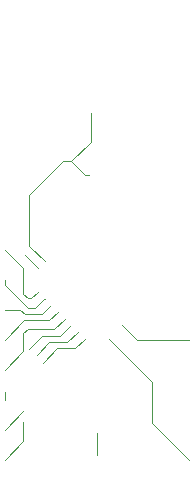
<source format=gts>
G04*
G04 #@! TF.GenerationSoftware,Altium Limited,Altium Designer,19.1.8 (144)*
G04*
G04 Layer_Color=8388736*
%FSLAX44Y44*%
%MOMM*%
G71*
G01*
G75*
D15*
X85655Y53087D02*
X85668Y53100D01*
X85642Y34588D02*
X85655Y34601D01*
D26*
X128822Y309013D02*
D03*
Y348532D02*
D03*
D27*
X58973Y324543D02*
D03*
Y342042D02*
D03*
X80420Y324543D02*
D03*
Y342042D02*
D03*
D28*
X72642Y34588D02*
D03*
X79143D02*
D03*
X85642D02*
D03*
X92142D02*
D03*
X98643D02*
D03*
D29*
X114643Y7588D02*
D03*
X56642D02*
D03*
D30*
X95642D02*
D03*
X75642D02*
D03*
D31*
X47543Y80055D02*
D03*
Y56554D02*
D03*
X68116Y80055D02*
D03*
Y56554D02*
D03*
X101898Y80055D02*
D03*
Y56554D02*
D03*
X120441D02*
D03*
Y80055D02*
D03*
D32*
X49383Y301351D02*
D03*
X79081Y271652D02*
D03*
X63525Y256096D02*
D03*
X33826Y285795D02*
D03*
D33*
X75389Y233030D02*
D03*
X69732Y227372D02*
D03*
X64076Y221716D02*
D03*
X58419Y216059D02*
D03*
X52762Y210402D02*
D03*
X47105Y204745D02*
D03*
X41448Y199089D02*
D03*
X35791Y193431D02*
D03*
X95896Y133327D02*
D03*
X101553Y138984D02*
D03*
X107209Y144641D02*
D03*
X112866Y150298D02*
D03*
X118523Y155955D02*
D03*
X124180Y161612D02*
D03*
X129837Y167268D02*
D03*
X135494Y172925D02*
D03*
D34*
X35791D02*
D03*
X41448Y167268D02*
D03*
X47105Y161612D02*
D03*
X52762Y155955D02*
D03*
X58419Y150298D02*
D03*
X64076Y144641D02*
D03*
X69732Y138984D02*
D03*
X75389Y133327D02*
D03*
X135494Y193431D02*
D03*
X129837Y199089D02*
D03*
X124180Y204745D02*
D03*
X118523Y210402D02*
D03*
X112866Y216059D02*
D03*
X107209Y221716D02*
D03*
X101553Y227372D02*
D03*
X95896Y233030D02*
D03*
D35*
X64053Y283414D02*
X75814Y271652D01*
X79081D01*
X24936Y204286D02*
X35791Y193431D01*
X67075Y125013D02*
X75389Y133327D01*
X7664Y56216D02*
X23412Y71964D01*
X23286Y46437D02*
Y62656D01*
X7664Y30816D02*
X23286Y46437D01*
X28493Y124504D02*
X39160Y135173D01*
X23412Y137712D02*
X27222Y141523D01*
X23412Y122764D02*
Y137712D01*
X7664Y107016D02*
X23412Y122764D01*
X39160Y135173D02*
X54607D01*
X45257Y130092D02*
X60841D01*
X34843Y119678D02*
X45257Y130092D01*
X52115Y125013D02*
X67075D01*
X39922Y112821D02*
X52115Y125013D01*
X7664Y81616D02*
Y87845D01*
X28493Y212044D02*
Y254552D01*
X57354Y283414D01*
X64053D01*
X80420Y299781D02*
Y324543D01*
X64053Y283414D02*
X80420Y299781D01*
X85655Y34601D02*
Y53087D01*
X132707Y61729D02*
X163620Y30816D01*
X132707Y61729D02*
Y96516D01*
X95896Y133327D02*
X132707Y96516D01*
X28493Y212044D02*
X41448Y199089D01*
X60841Y130092D02*
X69732Y138984D01*
X54607Y135173D02*
X64076Y144641D01*
X27222Y141523D02*
X49644D01*
X58419Y150298D01*
X23911Y148662D02*
X45470D01*
X7664Y132416D02*
X23911Y148662D01*
X45470D02*
X52762Y155955D01*
X7664Y157816D02*
X21108D01*
X24701Y154222D01*
X39716D01*
X47105Y161612D01*
X33420Y159303D02*
X41385Y167268D01*
X7664Y178976D02*
Y183216D01*
Y178976D02*
X27338Y159303D01*
X33420D01*
X41385Y167268D02*
X41448D01*
X23412Y171194D02*
Y192868D01*
X7664Y208616D02*
X23412Y192868D01*
Y171194D02*
X27283Y167323D01*
X30189D01*
X35791Y172925D01*
X119434Y132416D02*
X163620D01*
X107209Y144641D02*
X119434Y132416D01*
D36*
X29323Y348332D02*
D03*
Y335832D02*
D03*
Y323333D02*
D03*
X39323D02*
D03*
Y335832D02*
D03*
Y348332D02*
D03*
D37*
X111042Y384347D02*
D03*
X85642D02*
D03*
X60243D02*
D03*
X111042Y409747D02*
D03*
X85642D02*
D03*
X60243D02*
D03*
X163620Y386416D02*
D03*
Y361016D02*
D03*
Y335616D02*
D03*
Y310216D02*
D03*
Y284816D02*
D03*
Y259416D02*
D03*
Y234016D02*
D03*
Y208616D02*
D03*
Y183216D02*
D03*
Y157816D02*
D03*
Y132416D02*
D03*
Y107016D02*
D03*
Y81616D02*
D03*
Y56216D02*
D03*
Y30816D02*
D03*
X7664Y386416D02*
D03*
Y361016D02*
D03*
Y335616D02*
D03*
Y310216D02*
D03*
Y284816D02*
D03*
Y259416D02*
D03*
Y234016D02*
D03*
Y208616D02*
D03*
Y183216D02*
D03*
Y157816D02*
D03*
Y132416D02*
D03*
Y107016D02*
D03*
Y81616D02*
D03*
Y56216D02*
D03*
Y30816D02*
D03*
D38*
X60642Y34588D02*
D03*
X110643D02*
D03*
D39*
X50642Y7588D02*
D03*
X120643D02*
D03*
D40*
X28747Y53384D02*
D03*
X72943Y22143D02*
D03*
X81946Y59399D02*
D03*
X128822Y296208D02*
D03*
X25952Y307892D02*
D03*
X69894Y303067D02*
D03*
X83864Y180702D02*
D03*
X83864Y162351D02*
D03*
X83357Y148126D02*
D03*
X35096Y213405D02*
D03*
X61259Y173780D02*
D03*
X68878Y184702D02*
D03*
X134918Y112821D02*
D03*
X104692Y163113D02*
D03*
X34843Y226612D02*
D03*
X97326Y269538D02*
D03*
X86404Y64560D02*
D03*
X85668Y53100D02*
D03*
X81833Y256331D02*
D03*
X142793Y224046D02*
D03*
X104692Y178353D02*
D03*
Y170732D02*
D03*
X105027Y189783D02*
D03*
X107867Y96516D02*
D03*
X35791Y234059D02*
D03*
X41448Y241781D02*
D03*
X50996Y248131D02*
D03*
X107867Y129079D02*
D03*
X68116Y91490D02*
D03*
X101961D02*
D03*
X68729Y105403D02*
D03*
X61134Y112126D02*
D03*
X144046Y149046D02*
D03*
X142793Y140253D02*
D03*
X112211Y246535D02*
D03*
X124180Y238498D02*
D03*
X105830Y242173D02*
D03*
X65979D02*
D03*
X140506Y36672D02*
D03*
D41*
X138177Y388788D02*
D03*
X81833Y198927D02*
D03*
X88945Y77260D02*
D03*
X133903Y48305D02*
D03*
X134664Y265474D02*
D03*
X129838Y220263D02*
D03*
M02*

</source>
